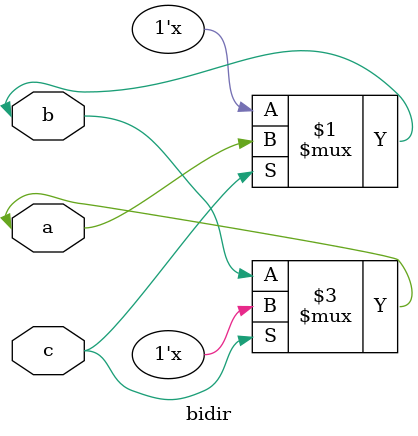
<source format=v>
module bidir(input c,inout a,b);
	bufif1 a1(b,a,c);
	bufif1 a2(a,b,~c);
endmodule

</source>
